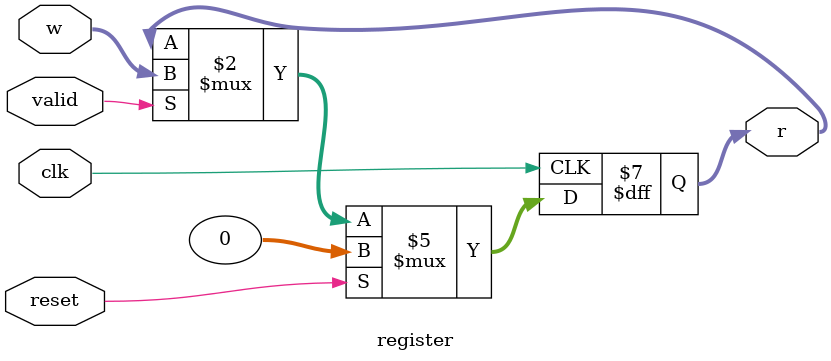
<source format=v>
`timescale 1 ns / 1 ps

module register
#(
    parameter FP_WORD_LENGTH = 32
) 
(
	input clk,
	input reset, 
	input valid,
	input [FP_WORD_LENGTH-1:0] w, 
	output reg [FP_WORD_LENGTH-1:0] r
);

// -- Enter your statements here -- //
always @(posedge clk)
begin
	if( reset ) 
		r <= 0;
	else if( valid )
		r <= w;
end	 

endmodule 

</source>
